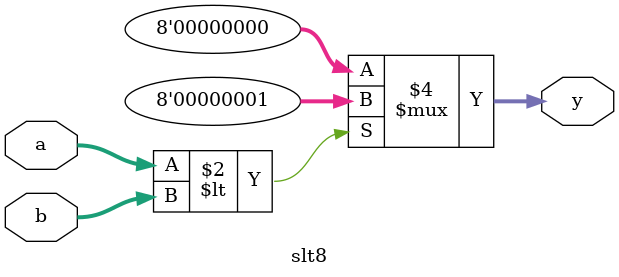
<source format=v>
module slt8(input [7:0] a,b, output reg [7:0] y);
  always @(*)
    begin
      if(a < b) y = 8'b0000_0001;
      else y = 8'b0000_0000;
    end
endmodule

</source>
